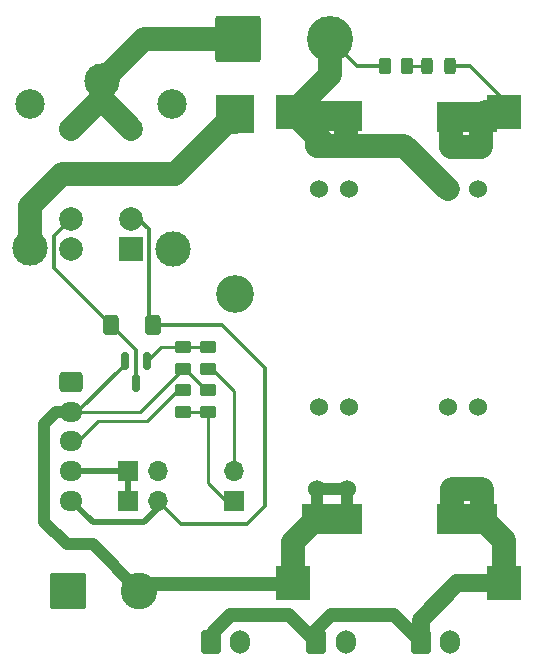
<source format=gbr>
%TF.GenerationSoftware,KiCad,Pcbnew,7.0.9*%
%TF.CreationDate,2024-02-24T17:52:34+09:00*%
%TF.ProjectId,rasp_power_module,72617370-5f70-46f7-9765-725f6d6f6475,5*%
%TF.SameCoordinates,PX4a5d990PY544c140*%
%TF.FileFunction,Copper,L1,Top*%
%TF.FilePolarity,Positive*%
%FSLAX46Y46*%
G04 Gerber Fmt 4.6, Leading zero omitted, Abs format (unit mm)*
G04 Created by KiCad (PCBNEW 7.0.9) date 2024-02-24 17:52:34*
%MOMM*%
%LPD*%
G01*
G04 APERTURE LIST*
G04 Aperture macros list*
%AMRoundRect*
0 Rectangle with rounded corners*
0 $1 Rounding radius*
0 $2 $3 $4 $5 $6 $7 $8 $9 X,Y pos of 4 corners*
0 Add a 4 corners polygon primitive as box body*
4,1,4,$2,$3,$4,$5,$6,$7,$8,$9,$2,$3,0*
0 Add four circle primitives for the rounded corners*
1,1,$1+$1,$2,$3*
1,1,$1+$1,$4,$5*
1,1,$1+$1,$6,$7*
1,1,$1+$1,$8,$9*
0 Add four rect primitives between the rounded corners*
20,1,$1+$1,$2,$3,$4,$5,0*
20,1,$1+$1,$4,$5,$6,$7,0*
20,1,$1+$1,$6,$7,$8,$9,0*
20,1,$1+$1,$8,$9,$2,$3,0*%
G04 Aperture macros list end*
%TA.AperFunction,SMDPad,CuDef*%
%ADD10R,2.540000X2.540000*%
%TD*%
%TA.AperFunction,ComponentPad*%
%ADD11C,1.524000*%
%TD*%
%TA.AperFunction,SMDPad,CuDef*%
%ADD12RoundRect,0.250000X0.450000X-0.262500X0.450000X0.262500X-0.450000X0.262500X-0.450000X-0.262500X0*%
%TD*%
%TA.AperFunction,ComponentPad*%
%ADD13R,3.000000X3.000000*%
%TD*%
%TA.AperFunction,ComponentPad*%
%ADD14R,1.700000X1.700000*%
%TD*%
%TA.AperFunction,ComponentPad*%
%ADD15O,1.700000X1.700000*%
%TD*%
%TA.AperFunction,SMDPad,CuDef*%
%ADD16RoundRect,0.250000X-0.450000X0.262500X-0.450000X-0.262500X0.450000X-0.262500X0.450000X0.262500X0*%
%TD*%
%TA.AperFunction,ComponentPad*%
%ADD17RoundRect,0.249999X-1.300001X-1.300001X1.300001X-1.300001X1.300001X1.300001X-1.300001X1.300001X0*%
%TD*%
%TA.AperFunction,ComponentPad*%
%ADD18C,3.100000*%
%TD*%
%TA.AperFunction,ComponentPad*%
%ADD19R,3.200000X3.200000*%
%TD*%
%TA.AperFunction,ComponentPad*%
%ADD20O,3.200000X3.200000*%
%TD*%
%TA.AperFunction,ComponentPad*%
%ADD21R,2.000000X2.000000*%
%TD*%
%TA.AperFunction,ComponentPad*%
%ADD22C,2.000000*%
%TD*%
%TA.AperFunction,ComponentPad*%
%ADD23RoundRect,0.250000X-0.600000X-0.750000X0.600000X-0.750000X0.600000X0.750000X-0.600000X0.750000X0*%
%TD*%
%TA.AperFunction,ComponentPad*%
%ADD24O,1.700000X2.000000*%
%TD*%
%TA.AperFunction,SMDPad,CuDef*%
%ADD25RoundRect,0.250000X-0.262500X-0.450000X0.262500X-0.450000X0.262500X0.450000X-0.262500X0.450000X0*%
%TD*%
%TA.AperFunction,SMDPad,CuDef*%
%ADD26RoundRect,0.243750X-0.243750X-0.456250X0.243750X-0.456250X0.243750X0.456250X-0.243750X0.456250X0*%
%TD*%
%TA.AperFunction,ComponentPad*%
%ADD27RoundRect,0.250002X-1.699998X-1.699998X1.699998X-1.699998X1.699998X1.699998X-1.699998X1.699998X0*%
%TD*%
%TA.AperFunction,ComponentPad*%
%ADD28C,3.900000*%
%TD*%
%TA.AperFunction,SMDPad,CuDef*%
%ADD29RoundRect,0.150000X-0.150000X0.587500X-0.150000X-0.587500X0.150000X-0.587500X0.150000X0.587500X0*%
%TD*%
%TA.AperFunction,ComponentPad*%
%ADD30C,3.000000*%
%TD*%
%TA.AperFunction,ComponentPad*%
%ADD31C,2.500000*%
%TD*%
%TA.AperFunction,SMDPad,CuDef*%
%ADD32RoundRect,0.250000X0.400000X0.600000X-0.400000X0.600000X-0.400000X-0.600000X0.400000X-0.600000X0*%
%TD*%
%TA.AperFunction,ComponentPad*%
%ADD33RoundRect,0.250000X-0.725000X0.600000X-0.725000X-0.600000X0.725000X-0.600000X0.725000X0.600000X0*%
%TD*%
%TA.AperFunction,ComponentPad*%
%ADD34O,1.950000X1.700000*%
%TD*%
%TA.AperFunction,Conductor*%
%ADD35C,2.000000*%
%TD*%
%TA.AperFunction,Conductor*%
%ADD36C,1.000000*%
%TD*%
%TA.AperFunction,Conductor*%
%ADD37C,0.300000*%
%TD*%
%TA.AperFunction,Conductor*%
%ADD38C,1.500000*%
%TD*%
%TA.AperFunction,Conductor*%
%ADD39C,0.500000*%
%TD*%
%TA.AperFunction,Conductor*%
%ADD40C,1.200000*%
%TD*%
%TA.AperFunction,Conductor*%
%ADD41C,0.250000*%
%TD*%
G04 APERTURE END LIST*
D10*
%TO.P,DCDC3,1,InVCC*%
%TO.N,12V_ON*%
X40254000Y48703000D03*
X37714000Y48703000D03*
D11*
X40254000Y46163000D03*
X37714000Y46163000D03*
D10*
%TO.P,DCDC3,2,InGND*%
%TO.N,InGND*%
X28794000Y48758000D03*
X26254000Y48758000D03*
D11*
X28794000Y46218000D03*
X26254000Y46218000D03*
%TO.P,DCDC3,3,OutVCC*%
%TO.N,5V_ON*%
X40269000Y17163000D03*
X37729000Y17163000D03*
D10*
X40269000Y14623000D03*
X37729000Y14623000D03*
D11*
%TO.P,DCDC3,4,OutGND*%
%TO.N,InGND*%
X28794000Y17163000D03*
X26254000Y17163000D03*
D10*
X28794000Y14623000D03*
X26254000Y14623000D03*
%TD*%
D11*
%TO.P,DCDC1,1,InVCC*%
%TO.N,12V_ON*%
X28996000Y42523000D03*
X26456000Y42523000D03*
%TO.P,DCDC1,2,InGND*%
%TO.N,InGND*%
X39856000Y42523000D03*
X37316000Y42523000D03*
%TO.P,DCDC1,3,OutVCC*%
%TO.N,5V_ON*%
X28996000Y24123000D03*
X26456000Y24123000D03*
%TO.P,DCDC1,4,OutGND*%
%TO.N,InGND*%
X39856000Y24123000D03*
X37316000Y24123000D03*
%TD*%
D12*
%TO.P,R1,1*%
%TO.N,/POWER_SIG*%
X17043400Y27357700D03*
%TO.P,R1,2*%
%TO.N,Net-(Q1-B)*%
X17043400Y29182700D03*
%TD*%
D13*
%TO.P,DCDC2,1,InVCC*%
%TO.N,12V_ON*%
X42074728Y49064717D03*
%TO.P,DCDC2,2,InGND*%
%TO.N,InGND*%
X24221890Y49055988D03*
%TO.P,DCDC2,3,OutVCC*%
%TO.N,5V_ON*%
X42069444Y9216627D03*
%TO.P,DCDC2,4,OutGND*%
%TO.N,InGND*%
X24231217Y9207065D03*
%TD*%
D14*
%TO.P,JP1,1,A*%
%TO.N,/ON_LED*%
X10287000Y18669000D03*
D15*
%TO.P,JP1,2,B*%
%TO.N,12V_ON*%
X12827000Y18669000D03*
%TD*%
D16*
%TO.P,R4,1*%
%TO.N,InGND*%
X17043400Y25535900D03*
%TO.P,R4,2*%
%TO.N,/SHUTDOWN*%
X17043400Y23710900D03*
%TD*%
D17*
%TO.P,J5,1,Pin_1*%
%TO.N,12V_ON*%
X5207000Y8559800D03*
D18*
%TO.P,J5,2,Pin_2*%
%TO.N,InGND*%
X11207000Y8559800D03*
%TD*%
D19*
%TO.P,D2,1,K*%
%TO.N,12V_ON*%
X19329400Y48895000D03*
D20*
%TO.P,D2,2,A*%
%TO.N,/SWITCH*%
X19329400Y33655000D03*
%TD*%
D12*
%TO.P,R2,1*%
%TO.N,InGND*%
X14909800Y27357700D03*
%TO.P,R2,2*%
%TO.N,Net-(Q1-B)*%
X14909800Y29182700D03*
%TD*%
D14*
%TO.P,J3,1,Pin_1*%
%TO.N,/SHUTDOWN*%
X19227800Y16129000D03*
D15*
%TO.P,J3,2,Pin_2*%
%TO.N,/POWER_SIG*%
X19227800Y18669000D03*
%TD*%
D21*
%TO.P,K1,1*%
%TO.N,unconnected-(K1-Pad1)*%
X10541000Y37515800D03*
D22*
%TO.P,K1,2*%
%TO.N,5V_ON*%
X10541000Y40055800D03*
%TO.P,K1,5*%
%TO.N,Relay_In*%
X10541000Y47675800D03*
%TO.P,K1,6*%
X5461000Y47675800D03*
%TO.P,K1,9*%
%TO.N,Relay_Coil_2*%
X5461000Y40055800D03*
%TO.P,K1,10*%
%TO.N,12V_ON*%
X5461000Y37515800D03*
%TD*%
D23*
%TO.P,J7,1,Pin_1*%
%TO.N,5V_ON*%
X17272000Y4191000D03*
D24*
%TO.P,J7,2,Pin_2*%
%TO.N,InGND*%
X19772000Y4191000D03*
%TD*%
D25*
%TO.P,R5,1*%
%TO.N,InGND*%
X32031300Y52959000D03*
%TO.P,R5,2*%
%TO.N,Net-(D3-K)*%
X33856300Y52959000D03*
%TD*%
D26*
%TO.P,D3,1,K*%
%TO.N,Net-(D3-K)*%
X35613100Y52959000D03*
%TO.P,D3,2,A*%
%TO.N,12V_ON*%
X37488100Y52959000D03*
%TD*%
D27*
%TO.P,J1,1,Pin_1*%
%TO.N,Relay_In*%
X19595000Y55245000D03*
D28*
%TO.P,J1,2,Pin_2*%
%TO.N,InGND*%
X27395000Y55245000D03*
%TD*%
D23*
%TO.P,J9,1,Pin_1*%
%TO.N,5V_ON*%
X35052000Y4191000D03*
D24*
%TO.P,J9,2,Pin_2*%
%TO.N,InGND*%
X37552000Y4191000D03*
%TD*%
D23*
%TO.P,J8,1,Pin_1*%
%TO.N,5V_ON*%
X26182000Y4191000D03*
D24*
%TO.P,J8,2,Pin_2*%
%TO.N,InGND*%
X28682000Y4191000D03*
%TD*%
D29*
%TO.P,Q1,1,B*%
%TO.N,Net-(Q1-B)*%
X11872000Y27988500D03*
%TO.P,Q1,2,E*%
%TO.N,InGND*%
X9972000Y27988500D03*
%TO.P,Q1,3,C*%
%TO.N,Relay_Coil_2*%
X10922000Y26113500D03*
%TD*%
D14*
%TO.P,JP2,1,A*%
%TO.N,/ON_LED*%
X10287000Y16129000D03*
D15*
%TO.P,JP2,2,B*%
%TO.N,5V_ON*%
X12827000Y16129000D03*
%TD*%
D30*
%TO.P,K2,1*%
%TO.N,Relay_In*%
X8051800Y51689000D03*
D31*
%TO.P,K2,2*%
%TO.N,Relay_Coil_2*%
X2001800Y49739000D03*
D30*
%TO.P,K2,3*%
%TO.N,12V_ON*%
X2001800Y37539000D03*
%TO.P,K2,4*%
%TO.N,unconnected-(K2-Pad4)*%
X14051800Y37489000D03*
D31*
%TO.P,K2,5*%
%TO.N,5V_ON*%
X14001800Y49739000D03*
%TD*%
D32*
%TO.P,D1,1,K*%
%TO.N,5V_ON*%
X12341800Y31013400D03*
%TO.P,D1,2,A*%
%TO.N,Relay_Coil_2*%
X8841800Y31013400D03*
%TD*%
D33*
%TO.P,J2,1,Pin_1*%
%TO.N,Relay_In*%
X5461000Y26187400D03*
D34*
%TO.P,J2,2,Pin_2*%
%TO.N,InGND*%
X5461000Y23687400D03*
%TO.P,J2,3,Pin_3*%
%TO.N,/SWITCH*%
X5461000Y21187400D03*
%TO.P,J2,4,Pin_4*%
%TO.N,/ON_LED*%
X5461000Y18687400D03*
%TO.P,J2,5,Pin_5*%
%TO.N,5V_ON*%
X5461000Y16187400D03*
%TD*%
D16*
%TO.P,R3,1*%
%TO.N,/SWITCH*%
X14909800Y25535900D03*
%TO.P,R3,2*%
%TO.N,/SHUTDOWN*%
X14909800Y23710900D03*
%TD*%
D35*
%TO.N,InGND*%
X28714000Y46218000D02*
X26254000Y46218000D01*
X26254000Y46218000D02*
X26254000Y48678000D01*
X25876012Y49055988D02*
X24221890Y49055988D01*
X28714000Y48758000D02*
X28714000Y46218000D01*
X26254000Y48678000D02*
X25876012Y49055988D01*
X33621000Y46218000D02*
X37316000Y42523000D01*
X27059878Y46218000D02*
X33621000Y46218000D01*
X24221890Y49055988D02*
X27059878Y46218000D01*
%TO.N,5V_ON*%
X37729000Y17163000D02*
X37729000Y14623000D01*
X40269000Y17163000D02*
X37729000Y17163000D01*
X40269000Y14623000D02*
X40269000Y17163000D01*
X40269000Y14623000D02*
X42069444Y12822556D01*
X42069444Y12822556D02*
X42069444Y9216627D01*
D36*
%TO.N,InGND*%
X28794000Y17163000D02*
X28794000Y14623000D01*
X26254000Y17163000D02*
X28794000Y17163000D01*
X26254000Y14623000D02*
X26254000Y17163000D01*
D35*
X24231217Y12680217D02*
X26174000Y14623000D01*
X24231217Y9207065D02*
X24231217Y12680217D01*
D37*
%TO.N,Relay_Coil_2*%
X3987800Y38582600D02*
X3987800Y35867400D01*
X5461000Y40055800D02*
X3987800Y38582600D01*
X10922000Y26113500D02*
X10922000Y28933200D01*
X10922000Y28933200D02*
X8841800Y31013400D01*
X3987800Y35867400D02*
X8841800Y31013400D01*
%TO.N,5V_ON*%
X12341800Y31013400D02*
X12065000Y31290200D01*
D38*
X42069444Y9165827D02*
X38121827Y9165827D01*
D37*
X21844000Y15748000D02*
X21844000Y27432000D01*
X12827000Y16129000D02*
X14732000Y14224000D01*
X14732000Y14224000D02*
X20320000Y14224000D01*
D39*
X7297400Y14351000D02*
X5461000Y16187400D01*
D37*
X12065000Y39141400D02*
X11150600Y40055800D01*
D40*
X26182000Y4191000D02*
X23896000Y6477000D01*
D39*
X12827000Y16129000D02*
X12827000Y15519400D01*
D37*
X12065000Y31290200D02*
X12065000Y39141400D01*
D40*
X17272000Y4572000D02*
X17272000Y4191000D01*
X17272000Y4826000D02*
X17272000Y4572000D01*
D39*
X11658600Y14351000D02*
X7297400Y14351000D01*
D37*
X18262600Y31013400D02*
X12341800Y31013400D01*
D38*
X38121827Y9165827D02*
X35052000Y6096000D01*
D40*
X32766000Y6477000D02*
X27432000Y6477000D01*
D38*
X35052000Y6096000D02*
X35052000Y4191000D01*
D40*
X18923000Y6477000D02*
X17272000Y4826000D01*
X26182000Y5227000D02*
X26182000Y4191000D01*
X27432000Y6477000D02*
X26182000Y5227000D01*
D37*
X21844000Y27432000D02*
X18262600Y31013400D01*
X20320000Y14224000D02*
X21844000Y15748000D01*
D40*
X35052000Y4191000D02*
X32766000Y6477000D01*
D37*
X11150600Y40055800D02*
X10541000Y40055800D01*
D39*
X12827000Y15519400D02*
X11658600Y14351000D01*
D40*
X23896000Y6477000D02*
X18923000Y6477000D01*
D35*
%TO.N,12V_ON*%
X4699000Y43815000D02*
X2001800Y41117800D01*
D37*
X42074728Y49064717D02*
X42074728Y50127272D01*
D35*
X37634000Y46163000D02*
X37634000Y48703000D01*
X14249400Y43815000D02*
X4699000Y43815000D01*
X40174000Y46163000D02*
X40174000Y48703000D01*
X19329400Y48895000D02*
X19329400Y48234600D01*
X19329400Y48895000D02*
X14249400Y43815000D01*
X40525328Y49054328D02*
X40174000Y48703000D01*
D37*
X42074728Y49064717D02*
X42074728Y49054328D01*
X39243000Y52959000D02*
X37488100Y52959000D01*
X42074728Y50127272D02*
X39243000Y52959000D01*
D35*
X2001800Y41117800D02*
X2001800Y37539000D01*
X40174000Y46163000D02*
X37634000Y46163000D01*
X42074728Y49054328D02*
X40525328Y49054328D01*
D40*
%TO.N,InGND*%
X11207000Y8559800D02*
X11791200Y9144000D01*
D36*
X7295400Y12471400D02*
X11207000Y8559800D01*
D37*
X5461000Y23687400D02*
X5958200Y23687400D01*
X5958200Y23687400D02*
X9972000Y27701200D01*
D41*
X14909800Y27357700D02*
X11239500Y23687400D01*
X16882100Y25535900D02*
X15060300Y27357700D01*
X11239500Y23687400D02*
X5461000Y23687400D01*
D36*
X3175000Y22676000D02*
X3175000Y14401800D01*
X5461000Y23687400D02*
X4186400Y23687400D01*
X5105400Y12471400D02*
X7295400Y12471400D01*
D40*
X11791200Y9144000D02*
X24168152Y9144000D01*
D35*
X24221890Y49055988D02*
X27395000Y52229098D01*
X27395000Y52229098D02*
X27395000Y55245000D01*
D40*
X24168152Y9144000D02*
X24231217Y9207065D01*
D37*
X29681000Y52959000D02*
X27395000Y55245000D01*
X32031300Y52959000D02*
X29681000Y52959000D01*
D36*
X4186400Y23687400D02*
X3175000Y22676000D01*
X3175000Y14401800D02*
X5105400Y12471400D01*
D37*
X9972000Y27701200D02*
X9972000Y27988500D01*
D41*
X15060300Y27357700D02*
X14909800Y27357700D01*
X17043400Y25535900D02*
X16882100Y25535900D01*
%TO.N,/SWITCH*%
X14512300Y25535900D02*
X11861800Y22885400D01*
X5998200Y21187400D02*
X5461000Y21187400D01*
X14909800Y25535900D02*
X14512300Y25535900D01*
X7696200Y22885400D02*
X5998200Y21187400D01*
X11861800Y22885400D02*
X7696200Y22885400D01*
%TO.N,Net-(D3-K)*%
X33856300Y52959000D02*
X35613100Y52959000D01*
D39*
%TO.N,/ON_LED*%
X5461000Y18687400D02*
X10268600Y18687400D01*
X10268600Y18687400D02*
X10287000Y18669000D01*
X10287000Y16129000D02*
X10287000Y18669000D01*
D41*
%TO.N,/POWER_SIG*%
X19227800Y25476200D02*
X19227800Y18669000D01*
X17346300Y27357700D02*
X19227800Y25476200D01*
X17043400Y27357700D02*
X17346300Y27357700D01*
%TO.N,/SHUTDOWN*%
X17043400Y23710900D02*
X14909800Y23710900D01*
X17043400Y17678400D02*
X18592800Y16129000D01*
X17043400Y23710900D02*
X17043400Y17678400D01*
X18592800Y16129000D02*
X19227800Y16129000D01*
D35*
%TO.N,Relay_In*%
X11607800Y55245000D02*
X8051800Y51689000D01*
X5461000Y47675800D02*
X8051800Y50266600D01*
X19595000Y55245000D02*
X11607800Y55245000D01*
X8051800Y50165000D02*
X10541000Y47675800D01*
X8051800Y51689000D02*
X8051800Y50165000D01*
D36*
X8051800Y50266600D02*
X8051800Y51689000D01*
D41*
%TO.N,Net-(Q1-B)*%
X13066200Y29182700D02*
X14909800Y29182700D01*
X14909800Y29182700D02*
X17043400Y29182700D01*
X11872000Y27988500D02*
X13066200Y29182700D01*
%TD*%
M02*

</source>
